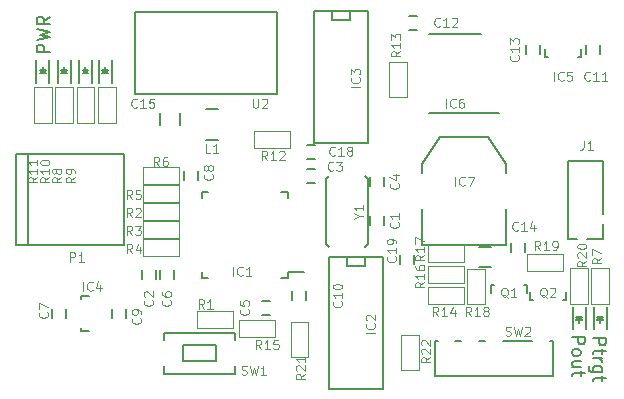
<source format=gto>
G04 #@! TF.FileFunction,Legend,Top*
%FSLAX46Y46*%
G04 Gerber Fmt 4.6, Leading zero omitted, Abs format (unit mm)*
G04 Created by KiCad (PCBNEW 4.0.0-rc2-stable) date 17/02/2016 11:29:29*
%MOMM*%
G01*
G04 APERTURE LIST*
%ADD10C,0.100000*%
%ADD11C,0.200000*%
%ADD12C,0.150000*%
%ADD13C,0.105000*%
G04 APERTURE END LIST*
D10*
D11*
X72670381Y72594761D02*
X73770381Y72594761D01*
X73770381Y72175714D01*
X73718000Y72070952D01*
X73665619Y72018571D01*
X73560857Y71966190D01*
X73403714Y71966190D01*
X73298952Y72018571D01*
X73246571Y72070952D01*
X73194190Y72175714D01*
X73194190Y72594761D01*
X73403714Y71651904D02*
X73403714Y71232856D01*
X73770381Y71494761D02*
X72827524Y71494761D01*
X72722762Y71442380D01*
X72670381Y71337618D01*
X72670381Y71232856D01*
X72670381Y70866190D02*
X73403714Y70866190D01*
X73194190Y70866190D02*
X73298952Y70813809D01*
X73351333Y70761428D01*
X73403714Y70656666D01*
X73403714Y70551905D01*
X73403714Y69713810D02*
X72513238Y69713810D01*
X72408476Y69766191D01*
X72356095Y69818572D01*
X72303714Y69923333D01*
X72303714Y70080476D01*
X72356095Y70185238D01*
X72722762Y69713810D02*
X72670381Y69818572D01*
X72670381Y70028095D01*
X72722762Y70132857D01*
X72775143Y70185238D01*
X72879905Y70237619D01*
X73194190Y70237619D01*
X73298952Y70185238D01*
X73351333Y70132857D01*
X73403714Y70028095D01*
X73403714Y69818572D01*
X73351333Y69713810D01*
X73403714Y69347143D02*
X73403714Y68928095D01*
X73770381Y69190000D02*
X72827524Y69190000D01*
X72722762Y69137619D01*
X72670381Y69032857D01*
X72670381Y68928095D01*
X70892381Y72691618D02*
X71992381Y72691618D01*
X71992381Y72272571D01*
X71940000Y72167809D01*
X71887619Y72115428D01*
X71782857Y72063047D01*
X71625714Y72063047D01*
X71520952Y72115428D01*
X71468571Y72167809D01*
X71416190Y72272571D01*
X71416190Y72691618D01*
X70892381Y71434475D02*
X70944762Y71539237D01*
X70997143Y71591618D01*
X71101905Y71643999D01*
X71416190Y71643999D01*
X71520952Y71591618D01*
X71573333Y71539237D01*
X71625714Y71434475D01*
X71625714Y71277333D01*
X71573333Y71172571D01*
X71520952Y71120190D01*
X71416190Y71067809D01*
X71101905Y71067809D01*
X70997143Y71120190D01*
X70944762Y71172571D01*
X70892381Y71277333D01*
X70892381Y71434475D01*
X71625714Y70124952D02*
X70892381Y70124952D01*
X71625714Y70596380D02*
X71049524Y70596380D01*
X70944762Y70543999D01*
X70892381Y70439237D01*
X70892381Y70282095D01*
X70944762Y70177333D01*
X70997143Y70124952D01*
X71625714Y69758285D02*
X71625714Y69339237D01*
X71992381Y69601142D02*
X71049524Y69601142D01*
X70944762Y69548761D01*
X70892381Y69443999D01*
X70892381Y69339237D01*
X26675619Y96805334D02*
X25575619Y96805334D01*
X25575619Y97224381D01*
X25628000Y97329143D01*
X25680381Y97381524D01*
X25785143Y97433905D01*
X25942286Y97433905D01*
X26047048Y97381524D01*
X26099429Y97329143D01*
X26151810Y97224381D01*
X26151810Y96805334D01*
X25575619Y97800572D02*
X26675619Y98062477D01*
X25889905Y98272000D01*
X26675619Y98481524D01*
X25575619Y98743429D01*
X26675619Y99791048D02*
X26151810Y99424382D01*
X26675619Y99162477D02*
X25575619Y99162477D01*
X25575619Y99581524D01*
X25628000Y99686286D01*
X25680381Y99738667D01*
X25785143Y99791048D01*
X25942286Y99791048D01*
X26047048Y99738667D01*
X26099429Y99686286D01*
X26151810Y99581524D01*
X26151810Y99162477D01*
D12*
X70560000Y80962000D02*
X71360000Y80962000D01*
X70560000Y87612000D02*
X70560000Y80962000D01*
X70560000Y87612000D02*
X73510000Y87612000D01*
X73510000Y87612000D02*
X73510000Y83062000D01*
X72160000Y80962000D02*
X73510000Y80962000D01*
X73510000Y80962000D02*
X73510000Y82262000D01*
X56312000Y78872000D02*
X56312000Y79572000D01*
X57512000Y79572000D02*
X57512000Y78872000D01*
X48434000Y86934000D02*
X49134000Y86934000D01*
X49134000Y85734000D02*
X48434000Y85734000D01*
X33894000Y100216000D02*
X33894000Y93216000D01*
X33894000Y93216000D02*
X45894000Y93216000D01*
X45894000Y93216000D02*
X45894000Y100216000D01*
X45894000Y100216000D02*
X33894000Y100216000D01*
X40902380Y89351520D02*
X39901620Y89351520D01*
X40902380Y91952480D02*
X39901620Y91952480D01*
D10*
X55400000Y95962000D02*
X55400000Y92962000D01*
X55400000Y92962000D02*
X56900000Y92962000D01*
X56900000Y92962000D02*
X56900000Y95962000D01*
X56900000Y95962000D02*
X55400000Y95962000D01*
X42168000Y74892000D02*
X39168000Y74892000D01*
X39168000Y74892000D02*
X39168000Y73392000D01*
X39168000Y73392000D02*
X42168000Y73392000D01*
X42168000Y73392000D02*
X42168000Y74892000D01*
D12*
X70967000Y75242000D02*
X70967000Y73342000D01*
X72067000Y75242000D02*
X72067000Y73342000D01*
X71517000Y74342000D02*
X71517000Y73892000D01*
X71767000Y74392000D02*
X71267000Y74392000D01*
X71517000Y74392000D02*
X71767000Y74142000D01*
X71767000Y74142000D02*
X71267000Y74142000D01*
X71267000Y74142000D02*
X71517000Y74392000D01*
X24800820Y88152640D02*
X24800820Y80451360D01*
X23800060Y88152640D02*
X23800060Y80451360D01*
X23800060Y80451360D02*
X32999940Y80451360D01*
X32999940Y80451360D02*
X32999940Y88152640D01*
X32999940Y88152640D02*
X23800060Y88152640D01*
X53772000Y82174000D02*
X53772000Y82874000D01*
X54972000Y82874000D02*
X54972000Y82174000D01*
X34468000Y77602000D02*
X34468000Y78302000D01*
X35668000Y78302000D02*
X35668000Y77602000D01*
X54972000Y86176000D02*
X54972000Y85476000D01*
X53772000Y85476000D02*
X53772000Y86176000D01*
X45312000Y74558000D02*
X44612000Y74558000D01*
X44612000Y75758000D02*
X45312000Y75758000D01*
X35992000Y77602000D02*
X35992000Y78302000D01*
X37192000Y78302000D02*
X37192000Y77602000D01*
X26848000Y74300000D02*
X26848000Y75000000D01*
X28048000Y75000000D02*
X28048000Y74300000D01*
X38024000Y85984000D02*
X38024000Y86684000D01*
X39224000Y86684000D02*
X39224000Y85984000D01*
X33128000Y75000000D02*
X33128000Y74300000D01*
X31928000Y74300000D02*
X31928000Y75000000D01*
X48368000Y76524000D02*
X48368000Y75824000D01*
X47168000Y75824000D02*
X47168000Y76524000D01*
X72060000Y96652000D02*
X72060000Y97352000D01*
X73260000Y97352000D02*
X73260000Y96652000D01*
X57058000Y99888000D02*
X57758000Y99888000D01*
X57758000Y98688000D02*
X57058000Y98688000D01*
X68180000Y97352000D02*
X68180000Y96652000D01*
X66980000Y96652000D02*
X66980000Y97352000D01*
X66910000Y80588000D02*
X66910000Y79888000D01*
X65710000Y79888000D02*
X65710000Y80588000D01*
X35996000Y91660000D02*
X35996000Y90660000D01*
X37696000Y90660000D02*
X37696000Y91660000D01*
X64016000Y80326000D02*
X63016000Y80326000D01*
X63016000Y78626000D02*
X64016000Y78626000D01*
X49134000Y87766000D02*
X48434000Y87766000D01*
X48434000Y88966000D02*
X49134000Y88966000D01*
X30252000Y94200000D02*
X30252000Y96100000D01*
X29152000Y94200000D02*
X29152000Y96100000D01*
X29702000Y95100000D02*
X29702000Y95550000D01*
X29452000Y95050000D02*
X29952000Y95050000D01*
X29702000Y95050000D02*
X29452000Y95300000D01*
X29452000Y95300000D02*
X29952000Y95300000D01*
X29952000Y95300000D02*
X29702000Y95050000D01*
X31934000Y94200000D02*
X31934000Y96100000D01*
X30834000Y94200000D02*
X30834000Y96100000D01*
X31384000Y95100000D02*
X31384000Y95550000D01*
X31134000Y95050000D02*
X31634000Y95050000D01*
X31384000Y95050000D02*
X31134000Y95300000D01*
X31134000Y95300000D02*
X31634000Y95300000D01*
X31634000Y95300000D02*
X31384000Y95050000D01*
X28442000Y94200000D02*
X28442000Y96100000D01*
X27342000Y94200000D02*
X27342000Y96100000D01*
X27892000Y95100000D02*
X27892000Y95550000D01*
X27642000Y95050000D02*
X28142000Y95050000D01*
X27892000Y95050000D02*
X27642000Y95300000D01*
X27642000Y95300000D02*
X28142000Y95300000D01*
X28142000Y95300000D02*
X27892000Y95050000D01*
X26632000Y94200000D02*
X26632000Y96100000D01*
X25532000Y94200000D02*
X25532000Y96100000D01*
X26082000Y95100000D02*
X26082000Y95550000D01*
X25832000Y95050000D02*
X26332000Y95050000D01*
X26082000Y95050000D02*
X25832000Y95300000D01*
X25832000Y95300000D02*
X26332000Y95300000D01*
X26332000Y95300000D02*
X26082000Y95050000D01*
X72745000Y75242000D02*
X72745000Y73342000D01*
X73845000Y75242000D02*
X73845000Y73342000D01*
X73295000Y74342000D02*
X73295000Y73892000D01*
X73545000Y74392000D02*
X73045000Y74392000D01*
X73295000Y74392000D02*
X73545000Y74142000D01*
X73545000Y74142000D02*
X73045000Y74142000D01*
X73045000Y74142000D02*
X73295000Y74392000D01*
X46821000Y77675000D02*
X46821000Y78200000D01*
X39571000Y77675000D02*
X39571000Y78200000D01*
X39571000Y84925000D02*
X39571000Y84400000D01*
X46821000Y84925000D02*
X46821000Y84400000D01*
X46821000Y77675000D02*
X46296000Y77675000D01*
X46821000Y84925000D02*
X46296000Y84925000D01*
X39571000Y84925000D02*
X40096000Y84925000D01*
X39571000Y77675000D02*
X40096000Y77675000D01*
X46821000Y78200000D02*
X48196000Y78200000D01*
X53356000Y79476000D02*
X53356000Y78714000D01*
X53356000Y78714000D02*
X51832000Y78714000D01*
X51832000Y78714000D02*
X51832000Y79476000D01*
X54880000Y68300000D02*
X50308000Y68300000D01*
X50308000Y68300000D02*
X50308000Y79476000D01*
X50308000Y79476000D02*
X54880000Y79476000D01*
X54880000Y79476000D02*
X54880000Y68300000D01*
X52086000Y100304000D02*
X52086000Y99542000D01*
X52086000Y99542000D02*
X50562000Y99542000D01*
X50562000Y99542000D02*
X50562000Y100304000D01*
X53610000Y89128000D02*
X49038000Y89128000D01*
X49038000Y89128000D02*
X49038000Y100304000D01*
X49038000Y100304000D02*
X53610000Y100304000D01*
X53610000Y100304000D02*
X53610000Y89128000D01*
X29337760Y75949160D02*
X29337760Y75900900D01*
X30038800Y73150180D02*
X29337760Y73150180D01*
X29337760Y73150180D02*
X29337760Y73399100D01*
X29337760Y75949160D02*
X29337760Y76149820D01*
X29337760Y76149820D02*
X30038800Y76149820D01*
X68820840Y96351760D02*
X68869100Y96351760D01*
X71619820Y97052800D02*
X71619820Y96351760D01*
X71619820Y96351760D02*
X71370900Y96351760D01*
X68820840Y96351760D02*
X68620180Y96351760D01*
X68620180Y96351760D02*
X68620180Y97052800D01*
X66847160Y77078240D02*
X66798900Y77078240D01*
X64048180Y76377200D02*
X64048180Y77078240D01*
X64048180Y77078240D02*
X64297100Y77078240D01*
X66847160Y77078240D02*
X67047820Y77078240D01*
X67047820Y77078240D02*
X67047820Y76377200D01*
X67550840Y75777760D02*
X67599100Y75777760D01*
X70349820Y76478800D02*
X70349820Y75777760D01*
X70349820Y75777760D02*
X70100900Y75777760D01*
X67550840Y75777760D02*
X67350180Y75777760D01*
X67350180Y75777760D02*
X67350180Y76478800D01*
X63201000Y98345000D02*
X58751000Y98345000D01*
X64726000Y91595000D02*
X58751000Y91595000D01*
X58182000Y83540000D02*
X58182000Y80492000D01*
X58182000Y80492000D02*
X65294000Y80492000D01*
X65294000Y80492000D02*
X65294000Y83540000D01*
X58182000Y86588000D02*
X58182000Y87350000D01*
X58182000Y87350000D02*
X59706000Y89636000D01*
X59706000Y89636000D02*
X63770000Y89636000D01*
X63770000Y89636000D02*
X65294000Y87350000D01*
X65294000Y87350000D02*
X65294000Y86588000D01*
X69278000Y72340000D02*
X69028000Y72340000D01*
X69278000Y69340000D02*
X69278000Y72340000D01*
X59278000Y69340000D02*
X69278000Y69340000D01*
X59278000Y72340000D02*
X59278000Y69340000D01*
X59528000Y72340000D02*
X59278000Y72340000D01*
X67528000Y72340000D02*
X65028000Y72340000D01*
X61528000Y72340000D02*
X61028000Y72340000D01*
X63528000Y72340000D02*
X63028000Y72340000D01*
X40786000Y70600000D02*
X37986000Y70600000D01*
X37986000Y70600000D02*
X37986000Y72000000D01*
X37986000Y72000000D02*
X40786000Y72000000D01*
X40786000Y72000000D02*
X40786000Y70600000D01*
X36386000Y69550000D02*
X36386000Y70200000D01*
X36386000Y73050000D02*
X36386000Y72400000D01*
X42386000Y72400000D02*
X42386000Y73050000D01*
X42386000Y69550000D02*
X42386000Y70200000D01*
X36386000Y69550000D02*
X42386000Y69550000D01*
X42386000Y73050000D02*
X36386000Y73050000D01*
D10*
X34584000Y82536000D02*
X37584000Y82536000D01*
X37584000Y82536000D02*
X37584000Y84036000D01*
X37584000Y84036000D02*
X34584000Y84036000D01*
X34584000Y84036000D02*
X34584000Y82536000D01*
X34584000Y81012000D02*
X37584000Y81012000D01*
X37584000Y81012000D02*
X37584000Y82512000D01*
X37584000Y82512000D02*
X34584000Y82512000D01*
X34584000Y82512000D02*
X34584000Y81012000D01*
X37584000Y80988000D02*
X34584000Y80988000D01*
X34584000Y80988000D02*
X34584000Y79488000D01*
X34584000Y79488000D02*
X37584000Y79488000D01*
X37584000Y79488000D02*
X37584000Y80988000D01*
X37584000Y85560000D02*
X34584000Y85560000D01*
X34584000Y85560000D02*
X34584000Y84060000D01*
X34584000Y84060000D02*
X37584000Y84060000D01*
X37584000Y84060000D02*
X37584000Y85560000D01*
X34584000Y85584000D02*
X37584000Y85584000D01*
X37584000Y85584000D02*
X37584000Y87084000D01*
X37584000Y87084000D02*
X34584000Y87084000D01*
X34584000Y87084000D02*
X34584000Y85584000D01*
X72545000Y78504000D02*
X72545000Y75504000D01*
X72545000Y75504000D02*
X74045000Y75504000D01*
X74045000Y75504000D02*
X74045000Y78504000D01*
X74045000Y78504000D02*
X72545000Y78504000D01*
X30452000Y90800000D02*
X30452000Y93800000D01*
X30452000Y93800000D02*
X28952000Y93800000D01*
X28952000Y93800000D02*
X28952000Y90800000D01*
X28952000Y90800000D02*
X30452000Y90800000D01*
X32262000Y90800000D02*
X32262000Y93800000D01*
X32262000Y93800000D02*
X30762000Y93800000D01*
X30762000Y93800000D02*
X30762000Y90800000D01*
X30762000Y90800000D02*
X32262000Y90800000D01*
X28642000Y90800000D02*
X28642000Y93800000D01*
X28642000Y93800000D02*
X27142000Y93800000D01*
X27142000Y93800000D02*
X27142000Y90800000D01*
X27142000Y90800000D02*
X28642000Y90800000D01*
X26832000Y90800000D02*
X26832000Y93800000D01*
X26832000Y93800000D02*
X25332000Y93800000D01*
X25332000Y93800000D02*
X25332000Y90800000D01*
X25332000Y90800000D02*
X26832000Y90800000D01*
X46982000Y90132000D02*
X43982000Y90132000D01*
X43982000Y90132000D02*
X43982000Y88632000D01*
X43982000Y88632000D02*
X46982000Y88632000D01*
X46982000Y88632000D02*
X46982000Y90132000D01*
X58714000Y75424000D02*
X61714000Y75424000D01*
X61714000Y75424000D02*
X61714000Y76924000D01*
X61714000Y76924000D02*
X58714000Y76924000D01*
X58714000Y76924000D02*
X58714000Y75424000D01*
X45712000Y74130000D02*
X42712000Y74130000D01*
X42712000Y74130000D02*
X42712000Y72630000D01*
X42712000Y72630000D02*
X45712000Y72630000D01*
X45712000Y72630000D02*
X45712000Y74130000D01*
X58714000Y77202000D02*
X61714000Y77202000D01*
X61714000Y77202000D02*
X61714000Y78702000D01*
X61714000Y78702000D02*
X58714000Y78702000D01*
X58714000Y78702000D02*
X58714000Y77202000D01*
X58726000Y78980000D02*
X61726000Y78980000D01*
X61726000Y78980000D02*
X61726000Y80480000D01*
X61726000Y80480000D02*
X58726000Y80480000D01*
X58726000Y80480000D02*
X58726000Y78980000D01*
X63504000Y75436000D02*
X63504000Y78436000D01*
X63504000Y78436000D02*
X62004000Y78436000D01*
X62004000Y78436000D02*
X62004000Y75436000D01*
X62004000Y75436000D02*
X63504000Y75436000D01*
X67096000Y78218000D02*
X70096000Y78218000D01*
X70096000Y78218000D02*
X70096000Y79718000D01*
X70096000Y79718000D02*
X67096000Y79718000D01*
X67096000Y79718000D02*
X67096000Y78218000D01*
X70767000Y78504000D02*
X70767000Y75504000D01*
X70767000Y75504000D02*
X72267000Y75504000D01*
X72267000Y75504000D02*
X72267000Y78504000D01*
X72267000Y78504000D02*
X70767000Y78504000D01*
X48572000Y70970000D02*
X48572000Y73970000D01*
X48572000Y73970000D02*
X47072000Y73970000D01*
X47072000Y73970000D02*
X47072000Y70970000D01*
X47072000Y70970000D02*
X48572000Y70970000D01*
X57916000Y69848000D02*
X57916000Y72848000D01*
X57916000Y72848000D02*
X56416000Y72848000D01*
X56416000Y72848000D02*
X56416000Y69848000D01*
X56416000Y69848000D02*
X57916000Y69848000D01*
D12*
X53582000Y86036000D02*
X53332000Y86286000D01*
X53582000Y80536000D02*
X53582000Y86036000D01*
X53332000Y80286000D02*
X53582000Y80536000D01*
X50082000Y80536000D02*
X50332000Y80286000D01*
X50082000Y83286000D02*
X50082000Y80536000D01*
X50082000Y86036000D02*
X50332000Y86286000D01*
X50082000Y83286000D02*
X50082000Y86036000D01*
D13*
X71894614Y89296850D02*
X71894614Y88745307D01*
X71857844Y88634998D01*
X71784305Y88561459D01*
X71673997Y88524690D01*
X71600458Y88524690D01*
X72666773Y88524690D02*
X72225539Y88524690D01*
X72446156Y88524690D02*
X72446156Y89296850D01*
X72372617Y89186541D01*
X72299078Y89113002D01*
X72225539Y89076232D01*
X55929771Y79487612D02*
X55966541Y79450842D01*
X56003310Y79340534D01*
X56003310Y79266995D01*
X55966541Y79156686D01*
X55893002Y79083147D01*
X55819463Y79046378D01*
X55672385Y79009608D01*
X55562076Y79009608D01*
X55414998Y79046378D01*
X55341459Y79083147D01*
X55267920Y79156686D01*
X55231150Y79266995D01*
X55231150Y79340534D01*
X55267920Y79450842D01*
X55304690Y79487612D01*
X56003310Y80223002D02*
X56003310Y79781768D01*
X56003310Y80002385D02*
X55231150Y80002385D01*
X55341459Y79928846D01*
X55414998Y79855307D01*
X55451768Y79781768D01*
X56003310Y80590697D02*
X56003310Y80737775D01*
X55966541Y80811314D01*
X55929771Y80848084D01*
X55819463Y80921623D01*
X55672385Y80958392D01*
X55378229Y80958392D01*
X55304690Y80921623D01*
X55267920Y80884853D01*
X55231150Y80811314D01*
X55231150Y80664236D01*
X55267920Y80590697D01*
X55304690Y80553928D01*
X55378229Y80517158D01*
X55562076Y80517158D01*
X55635615Y80553928D01*
X55672385Y80590697D01*
X55709154Y80664236D01*
X55709154Y80811314D01*
X55672385Y80884853D01*
X55635615Y80921623D01*
X55562076Y80958392D01*
X50687307Y86820229D02*
X50650537Y86783459D01*
X50540229Y86746690D01*
X50466690Y86746690D01*
X50356381Y86783459D01*
X50282842Y86856998D01*
X50246073Y86930537D01*
X50209303Y87077615D01*
X50209303Y87187924D01*
X50246073Y87335002D01*
X50282842Y87408541D01*
X50356381Y87482080D01*
X50466690Y87518850D01*
X50540229Y87518850D01*
X50650537Y87482080D01*
X50687307Y87445310D01*
X50944694Y87518850D02*
X51422697Y87518850D01*
X51165311Y87224693D01*
X51275619Y87224693D01*
X51349158Y87187924D01*
X51385928Y87151154D01*
X51422697Y87077615D01*
X51422697Y86893768D01*
X51385928Y86820229D01*
X51349158Y86783459D01*
X51275619Y86746690D01*
X51055002Y86746690D01*
X50981463Y86783459D01*
X50944694Y86820229D01*
X43877688Y92852850D02*
X43877688Y92227768D01*
X43914457Y92154229D01*
X43951227Y92117459D01*
X44024766Y92080690D01*
X44171844Y92080690D01*
X44245383Y92117459D01*
X44282152Y92154229D01*
X44318922Y92227768D01*
X44318922Y92852850D01*
X44649848Y92779310D02*
X44686618Y92816080D01*
X44760157Y92852850D01*
X44944004Y92852850D01*
X45017543Y92816080D01*
X45054313Y92779310D01*
X45091082Y92705771D01*
X45091082Y92632232D01*
X45054313Y92521924D01*
X44613079Y92080690D01*
X45091082Y92080690D01*
X40273307Y88270690D02*
X39905612Y88270690D01*
X39905612Y89042850D01*
X40935158Y88270690D02*
X40493924Y88270690D01*
X40714541Y88270690D02*
X40714541Y89042850D01*
X40641002Y88932541D01*
X40567463Y88859002D01*
X40493924Y88822232D01*
X56367230Y96865082D02*
X55999535Y96607695D01*
X56367230Y96423848D02*
X55595070Y96423848D01*
X55595070Y96718004D01*
X55631840Y96791543D01*
X55668610Y96828312D01*
X55742149Y96865082D01*
X55852457Y96865082D01*
X55925996Y96828312D01*
X55962766Y96791543D01*
X55999535Y96718004D01*
X55999535Y96423848D01*
X56367230Y97600472D02*
X56367230Y97159238D01*
X56367230Y97379855D02*
X55595070Y97379855D01*
X55705379Y97306316D01*
X55778918Y97232777D01*
X55815688Y97159238D01*
X55595070Y97857859D02*
X55595070Y98335862D01*
X55889227Y98078476D01*
X55889227Y98188784D01*
X55925996Y98262323D01*
X55962766Y98299093D01*
X56036305Y98335862D01*
X56220152Y98335862D01*
X56293691Y98299093D01*
X56330461Y98262323D01*
X56367230Y98188784D01*
X56367230Y97968167D01*
X56330461Y97894628D01*
X56293691Y97857859D01*
X39734176Y75077848D02*
X39476789Y75445543D01*
X39292942Y75077848D02*
X39292942Y75850008D01*
X39587098Y75850008D01*
X39660637Y75813238D01*
X39697406Y75776468D01*
X39734176Y75702929D01*
X39734176Y75592621D01*
X39697406Y75519082D01*
X39660637Y75482312D01*
X39587098Y75445543D01*
X39292942Y75445543D01*
X40469566Y75077848D02*
X40028332Y75077848D01*
X40248949Y75077848D02*
X40248949Y75850008D01*
X40175410Y75739699D01*
X40101871Y75666160D01*
X40028332Y75629390D01*
X28402073Y79058690D02*
X28402073Y79830850D01*
X28696229Y79830850D01*
X28769768Y79794080D01*
X28806537Y79757310D01*
X28843307Y79683771D01*
X28843307Y79573463D01*
X28806537Y79499924D01*
X28769768Y79463154D01*
X28696229Y79426385D01*
X28402073Y79426385D01*
X29578697Y79058690D02*
X29137463Y79058690D01*
X29358080Y79058690D02*
X29358080Y79830850D01*
X29284541Y79720541D01*
X29211002Y79647002D01*
X29137463Y79610232D01*
X56171771Y82395307D02*
X56208541Y82358537D01*
X56245310Y82248229D01*
X56245310Y82174690D01*
X56208541Y82064381D01*
X56135002Y81990842D01*
X56061463Y81954073D01*
X55914385Y81917303D01*
X55804076Y81917303D01*
X55656998Y81954073D01*
X55583459Y81990842D01*
X55509920Y82064381D01*
X55473150Y82174690D01*
X55473150Y82248229D01*
X55509920Y82358537D01*
X55546690Y82395307D01*
X56245310Y83130697D02*
X56245310Y82689463D01*
X56245310Y82910080D02*
X55473150Y82910080D01*
X55583459Y82836541D01*
X55656998Y82763002D01*
X55693768Y82689463D01*
X35343771Y75791307D02*
X35380541Y75754537D01*
X35417310Y75644229D01*
X35417310Y75570690D01*
X35380541Y75460381D01*
X35307002Y75386842D01*
X35233463Y75350073D01*
X35086385Y75313303D01*
X34976076Y75313303D01*
X34828998Y75350073D01*
X34755459Y75386842D01*
X34681920Y75460381D01*
X34645150Y75570690D01*
X34645150Y75644229D01*
X34681920Y75754537D01*
X34718690Y75791307D01*
X34718690Y76085463D02*
X34681920Y76122233D01*
X34645150Y76195772D01*
X34645150Y76379619D01*
X34681920Y76453158D01*
X34718690Y76489928D01*
X34792229Y76526697D01*
X34865768Y76526697D01*
X34976076Y76489928D01*
X35417310Y76048694D01*
X35417310Y76526697D01*
X56171771Y85697307D02*
X56208541Y85660537D01*
X56245310Y85550229D01*
X56245310Y85476690D01*
X56208541Y85366381D01*
X56135002Y85292842D01*
X56061463Y85256073D01*
X55914385Y85219303D01*
X55804076Y85219303D01*
X55656998Y85256073D01*
X55583459Y85292842D01*
X55509920Y85366381D01*
X55473150Y85476690D01*
X55473150Y85550229D01*
X55509920Y85660537D01*
X55546690Y85697307D01*
X55730537Y86359158D02*
X56245310Y86359158D01*
X55436381Y86175311D02*
X55987924Y85991463D01*
X55987924Y86469467D01*
X43471771Y75029307D02*
X43508541Y74992537D01*
X43545310Y74882229D01*
X43545310Y74808690D01*
X43508541Y74698381D01*
X43435002Y74624842D01*
X43361463Y74588073D01*
X43214385Y74551303D01*
X43104076Y74551303D01*
X42956998Y74588073D01*
X42883459Y74624842D01*
X42809920Y74698381D01*
X42773150Y74808690D01*
X42773150Y74882229D01*
X42809920Y74992537D01*
X42846690Y75029307D01*
X42773150Y75727928D02*
X42773150Y75360233D01*
X43140846Y75323463D01*
X43104076Y75360233D01*
X43067307Y75433772D01*
X43067307Y75617619D01*
X43104076Y75691158D01*
X43140846Y75727928D01*
X43214385Y75764697D01*
X43398232Y75764697D01*
X43471771Y75727928D01*
X43508541Y75691158D01*
X43545310Y75617619D01*
X43545310Y75433772D01*
X43508541Y75360233D01*
X43471771Y75323463D01*
X36867771Y75791307D02*
X36904541Y75754537D01*
X36941310Y75644229D01*
X36941310Y75570690D01*
X36904541Y75460381D01*
X36831002Y75386842D01*
X36757463Y75350073D01*
X36610385Y75313303D01*
X36500076Y75313303D01*
X36352998Y75350073D01*
X36279459Y75386842D01*
X36205920Y75460381D01*
X36169150Y75570690D01*
X36169150Y75644229D01*
X36205920Y75754537D01*
X36242690Y75791307D01*
X36169150Y76453158D02*
X36169150Y76306080D01*
X36205920Y76232541D01*
X36242690Y76195772D01*
X36352998Y76122233D01*
X36500076Y76085463D01*
X36794232Y76085463D01*
X36867771Y76122233D01*
X36904541Y76159002D01*
X36941310Y76232541D01*
X36941310Y76379619D01*
X36904541Y76453158D01*
X36867771Y76489928D01*
X36794232Y76526697D01*
X36610385Y76526697D01*
X36536846Y76489928D01*
X36500076Y76453158D01*
X36463307Y76379619D01*
X36463307Y76232541D01*
X36500076Y76159002D01*
X36536846Y76122233D01*
X36610385Y76085463D01*
X26453771Y74775307D02*
X26490541Y74738537D01*
X26527310Y74628229D01*
X26527310Y74554690D01*
X26490541Y74444381D01*
X26417002Y74370842D01*
X26343463Y74334073D01*
X26196385Y74297303D01*
X26086076Y74297303D01*
X25938998Y74334073D01*
X25865459Y74370842D01*
X25791920Y74444381D01*
X25755150Y74554690D01*
X25755150Y74628229D01*
X25791920Y74738537D01*
X25828690Y74775307D01*
X25755150Y75032694D02*
X25755150Y75547467D01*
X26527310Y75216541D01*
X40423771Y86459307D02*
X40460541Y86422537D01*
X40497310Y86312229D01*
X40497310Y86238690D01*
X40460541Y86128381D01*
X40387002Y86054842D01*
X40313463Y86018073D01*
X40166385Y85981303D01*
X40056076Y85981303D01*
X39908998Y86018073D01*
X39835459Y86054842D01*
X39761920Y86128381D01*
X39725150Y86238690D01*
X39725150Y86312229D01*
X39761920Y86422537D01*
X39798690Y86459307D01*
X40056076Y86900541D02*
X40019307Y86827002D01*
X39982537Y86790233D01*
X39908998Y86753463D01*
X39872229Y86753463D01*
X39798690Y86790233D01*
X39761920Y86827002D01*
X39725150Y86900541D01*
X39725150Y87047619D01*
X39761920Y87121158D01*
X39798690Y87157928D01*
X39872229Y87194697D01*
X39908998Y87194697D01*
X39982537Y87157928D01*
X40019307Y87121158D01*
X40056076Y87047619D01*
X40056076Y86900541D01*
X40092846Y86827002D01*
X40129615Y86790233D01*
X40203154Y86753463D01*
X40350232Y86753463D01*
X40423771Y86790233D01*
X40460541Y86827002D01*
X40497310Y86900541D01*
X40497310Y87047619D01*
X40460541Y87121158D01*
X40423771Y87157928D01*
X40350232Y87194697D01*
X40203154Y87194697D01*
X40129615Y87157928D01*
X40092846Y87121158D01*
X40056076Y87047619D01*
X34327771Y74267307D02*
X34364541Y74230537D01*
X34401310Y74120229D01*
X34401310Y74046690D01*
X34364541Y73936381D01*
X34291002Y73862842D01*
X34217463Y73826073D01*
X34070385Y73789303D01*
X33960076Y73789303D01*
X33812998Y73826073D01*
X33739459Y73862842D01*
X33665920Y73936381D01*
X33629150Y74046690D01*
X33629150Y74120229D01*
X33665920Y74230537D01*
X33702690Y74267307D01*
X34401310Y74635002D02*
X34401310Y74782080D01*
X34364541Y74855619D01*
X34327771Y74892389D01*
X34217463Y74965928D01*
X34070385Y75002697D01*
X33776229Y75002697D01*
X33702690Y74965928D01*
X33665920Y74929158D01*
X33629150Y74855619D01*
X33629150Y74708541D01*
X33665920Y74635002D01*
X33702690Y74598233D01*
X33776229Y74561463D01*
X33960076Y74561463D01*
X34033615Y74598233D01*
X34070385Y74635002D01*
X34107154Y74708541D01*
X34107154Y74855619D01*
X34070385Y74929158D01*
X34033615Y74965928D01*
X33960076Y75002697D01*
X51345771Y75677612D02*
X51382541Y75640842D01*
X51419310Y75530534D01*
X51419310Y75456995D01*
X51382541Y75346686D01*
X51309002Y75273147D01*
X51235463Y75236378D01*
X51088385Y75199608D01*
X50978076Y75199608D01*
X50830998Y75236378D01*
X50757459Y75273147D01*
X50683920Y75346686D01*
X50647150Y75456995D01*
X50647150Y75530534D01*
X50683920Y75640842D01*
X50720690Y75677612D01*
X51419310Y76413002D02*
X51419310Y75971768D01*
X51419310Y76192385D02*
X50647150Y76192385D01*
X50757459Y76118846D01*
X50830998Y76045307D01*
X50867768Y75971768D01*
X50647150Y76891006D02*
X50647150Y76964545D01*
X50683920Y77038084D01*
X50720690Y77074853D01*
X50794229Y77111623D01*
X50941307Y77148392D01*
X51125154Y77148392D01*
X51272232Y77111623D01*
X51345771Y77074853D01*
X51382541Y77038084D01*
X51419310Y76964545D01*
X51419310Y76891006D01*
X51382541Y76817467D01*
X51345771Y76780697D01*
X51272232Y76743928D01*
X51125154Y76707158D01*
X50941307Y76707158D01*
X50794229Y76743928D01*
X50720690Y76780697D01*
X50683920Y76817467D01*
X50647150Y76891006D01*
X72417612Y94440229D02*
X72380842Y94403459D01*
X72270534Y94366690D01*
X72196995Y94366690D01*
X72086686Y94403459D01*
X72013147Y94476998D01*
X71976378Y94550537D01*
X71939608Y94697615D01*
X71939608Y94807924D01*
X71976378Y94955002D01*
X72013147Y95028541D01*
X72086686Y95102080D01*
X72196995Y95138850D01*
X72270534Y95138850D01*
X72380842Y95102080D01*
X72417612Y95065310D01*
X73153002Y94366690D02*
X72711768Y94366690D01*
X72932385Y94366690D02*
X72932385Y95138850D01*
X72858846Y95028541D01*
X72785307Y94955002D01*
X72711768Y94918232D01*
X73888392Y94366690D02*
X73447158Y94366690D01*
X73667775Y94366690D02*
X73667775Y95138850D01*
X73594236Y95028541D01*
X73520697Y94955002D01*
X73447158Y94918232D01*
X59717612Y99012229D02*
X59680842Y98975459D01*
X59570534Y98938690D01*
X59496995Y98938690D01*
X59386686Y98975459D01*
X59313147Y99048998D01*
X59276378Y99122537D01*
X59239608Y99269615D01*
X59239608Y99379924D01*
X59276378Y99527002D01*
X59313147Y99600541D01*
X59386686Y99674080D01*
X59496995Y99710850D01*
X59570534Y99710850D01*
X59680842Y99674080D01*
X59717612Y99637310D01*
X60453002Y98938690D02*
X60011768Y98938690D01*
X60232385Y98938690D02*
X60232385Y99710850D01*
X60158846Y99600541D01*
X60085307Y99527002D01*
X60011768Y99490232D01*
X60747158Y99637310D02*
X60783928Y99674080D01*
X60857467Y99710850D01*
X61041314Y99710850D01*
X61114853Y99674080D01*
X61151623Y99637310D01*
X61188392Y99563771D01*
X61188392Y99490232D01*
X61151623Y99379924D01*
X60710389Y98938690D01*
X61188392Y98938690D01*
X66331771Y96505612D02*
X66368541Y96468842D01*
X66405310Y96358534D01*
X66405310Y96284995D01*
X66368541Y96174686D01*
X66295002Y96101147D01*
X66221463Y96064378D01*
X66074385Y96027608D01*
X65964076Y96027608D01*
X65816998Y96064378D01*
X65743459Y96101147D01*
X65669920Y96174686D01*
X65633150Y96284995D01*
X65633150Y96358534D01*
X65669920Y96468842D01*
X65706690Y96505612D01*
X66405310Y97241002D02*
X66405310Y96799768D01*
X66405310Y97020385D02*
X65633150Y97020385D01*
X65743459Y96946846D01*
X65816998Y96873307D01*
X65853768Y96799768D01*
X65633150Y97498389D02*
X65633150Y97976392D01*
X65927307Y97719006D01*
X65927307Y97829314D01*
X65964076Y97902853D01*
X66000846Y97939623D01*
X66074385Y97976392D01*
X66258232Y97976392D01*
X66331771Y97939623D01*
X66368541Y97902853D01*
X66405310Y97829314D01*
X66405310Y97608697D01*
X66368541Y97535158D01*
X66331771Y97498389D01*
X66321612Y81740229D02*
X66284842Y81703459D01*
X66174534Y81666690D01*
X66100995Y81666690D01*
X65990686Y81703459D01*
X65917147Y81776998D01*
X65880378Y81850537D01*
X65843608Y81997615D01*
X65843608Y82107924D01*
X65880378Y82255002D01*
X65917147Y82328541D01*
X65990686Y82402080D01*
X66100995Y82438850D01*
X66174534Y82438850D01*
X66284842Y82402080D01*
X66321612Y82365310D01*
X67057002Y81666690D02*
X66615768Y81666690D01*
X66836385Y81666690D02*
X66836385Y82438850D01*
X66762846Y82328541D01*
X66689307Y82255002D01*
X66615768Y82218232D01*
X67718853Y82181463D02*
X67718853Y81666690D01*
X67535006Y82475619D02*
X67351158Y81924076D01*
X67829162Y81924076D01*
X34063612Y92154229D02*
X34026842Y92117459D01*
X33916534Y92080690D01*
X33842995Y92080690D01*
X33732686Y92117459D01*
X33659147Y92190998D01*
X33622378Y92264537D01*
X33585608Y92411615D01*
X33585608Y92521924D01*
X33622378Y92669002D01*
X33659147Y92742541D01*
X33732686Y92816080D01*
X33842995Y92852850D01*
X33916534Y92852850D01*
X34026842Y92816080D01*
X34063612Y92779310D01*
X34799002Y92080690D02*
X34357768Y92080690D01*
X34578385Y92080690D02*
X34578385Y92852850D01*
X34504846Y92742541D01*
X34431307Y92669002D01*
X34357768Y92632232D01*
X35497623Y92852850D02*
X35129928Y92852850D01*
X35093158Y92485154D01*
X35129928Y92521924D01*
X35203467Y92558693D01*
X35387314Y92558693D01*
X35460853Y92521924D01*
X35497623Y92485154D01*
X35534392Y92411615D01*
X35534392Y92227768D01*
X35497623Y92154229D01*
X35460853Y92117459D01*
X35387314Y92080690D01*
X35203467Y92080690D01*
X35129928Y92117459D01*
X35093158Y92154229D01*
X50827612Y88090229D02*
X50790842Y88053459D01*
X50680534Y88016690D01*
X50606995Y88016690D01*
X50496686Y88053459D01*
X50423147Y88126998D01*
X50386378Y88200537D01*
X50349608Y88347615D01*
X50349608Y88457924D01*
X50386378Y88605002D01*
X50423147Y88678541D01*
X50496686Y88752080D01*
X50606995Y88788850D01*
X50680534Y88788850D01*
X50790842Y88752080D01*
X50827612Y88715310D01*
X51563002Y88016690D02*
X51121768Y88016690D01*
X51342385Y88016690D02*
X51342385Y88788850D01*
X51268846Y88678541D01*
X51195307Y88605002D01*
X51121768Y88568232D01*
X52004236Y88457924D02*
X51930697Y88494693D01*
X51893928Y88531463D01*
X51857158Y88605002D01*
X51857158Y88641771D01*
X51893928Y88715310D01*
X51930697Y88752080D01*
X52004236Y88788850D01*
X52151314Y88788850D01*
X52224853Y88752080D01*
X52261623Y88715310D01*
X52298392Y88641771D01*
X52298392Y88605002D01*
X52261623Y88531463D01*
X52224853Y88494693D01*
X52151314Y88457924D01*
X52004236Y88457924D01*
X51930697Y88421154D01*
X51893928Y88384385D01*
X51857158Y88310846D01*
X51857158Y88163768D01*
X51893928Y88090229D01*
X51930697Y88053459D01*
X52004236Y88016690D01*
X52151314Y88016690D01*
X52224853Y88053459D01*
X52261623Y88090229D01*
X52298392Y88163768D01*
X52298392Y88310846D01*
X52261623Y88384385D01*
X52224853Y88421154D01*
X52151314Y88457924D01*
X42188226Y77856690D02*
X42188226Y78628850D01*
X42997155Y77930229D02*
X42960385Y77893459D01*
X42850077Y77856690D01*
X42776538Y77856690D01*
X42666229Y77893459D01*
X42592690Y77966998D01*
X42555921Y78040537D01*
X42519151Y78187615D01*
X42519151Y78297924D01*
X42555921Y78445002D01*
X42592690Y78518541D01*
X42666229Y78592080D01*
X42776538Y78628850D01*
X42850077Y78628850D01*
X42960385Y78592080D01*
X42997155Y78555310D01*
X43732545Y77856690D02*
X43291311Y77856690D01*
X43511928Y77856690D02*
X43511928Y78628850D01*
X43438389Y78518541D01*
X43364850Y78445002D01*
X43291311Y78408232D01*
X54213310Y73007226D02*
X53441150Y73007226D01*
X54139771Y73816155D02*
X54176541Y73779385D01*
X54213310Y73669077D01*
X54213310Y73595538D01*
X54176541Y73485229D01*
X54103002Y73411690D01*
X54029463Y73374921D01*
X53882385Y73338151D01*
X53772076Y73338151D01*
X53624998Y73374921D01*
X53551459Y73411690D01*
X53477920Y73485229D01*
X53441150Y73595538D01*
X53441150Y73669077D01*
X53477920Y73779385D01*
X53514690Y73816155D01*
X53514690Y74110311D02*
X53477920Y74147081D01*
X53441150Y74220620D01*
X53441150Y74404467D01*
X53477920Y74478006D01*
X53514690Y74514776D01*
X53588229Y74551545D01*
X53661768Y74551545D01*
X53772076Y74514776D01*
X54213310Y74073542D01*
X54213310Y74551545D01*
X52943310Y93835226D02*
X52171150Y93835226D01*
X52869771Y94644155D02*
X52906541Y94607385D01*
X52943310Y94497077D01*
X52943310Y94423538D01*
X52906541Y94313229D01*
X52833002Y94239690D01*
X52759463Y94202921D01*
X52612385Y94166151D01*
X52502076Y94166151D01*
X52354998Y94202921D01*
X52281459Y94239690D01*
X52207920Y94313229D01*
X52171150Y94423538D01*
X52171150Y94497077D01*
X52207920Y94607385D01*
X52244690Y94644155D01*
X52171150Y94901542D02*
X52171150Y95379545D01*
X52465307Y95122159D01*
X52465307Y95232467D01*
X52502076Y95306006D01*
X52538846Y95342776D01*
X52612385Y95379545D01*
X52796232Y95379545D01*
X52869771Y95342776D01*
X52906541Y95306006D01*
X52943310Y95232467D01*
X52943310Y95011850D01*
X52906541Y94938311D01*
X52869771Y94901542D01*
X29488226Y76586690D02*
X29488226Y77358850D01*
X30297155Y76660229D02*
X30260385Y76623459D01*
X30150077Y76586690D01*
X30076538Y76586690D01*
X29966229Y76623459D01*
X29892690Y76696998D01*
X29855921Y76770537D01*
X29819151Y76917615D01*
X29819151Y77027924D01*
X29855921Y77175002D01*
X29892690Y77248541D01*
X29966229Y77322080D01*
X30076538Y77358850D01*
X30150077Y77358850D01*
X30260385Y77322080D01*
X30297155Y77285310D01*
X30959006Y77101463D02*
X30959006Y76586690D01*
X30775159Y77395619D02*
X30591311Y76844076D01*
X31069315Y76844076D01*
X69366226Y94366690D02*
X69366226Y95138850D01*
X70175155Y94440229D02*
X70138385Y94403459D01*
X70028077Y94366690D01*
X69954538Y94366690D01*
X69844229Y94403459D01*
X69770690Y94476998D01*
X69733921Y94550537D01*
X69697151Y94697615D01*
X69697151Y94807924D01*
X69733921Y94955002D01*
X69770690Y95028541D01*
X69844229Y95102080D01*
X69954538Y95138850D01*
X70028077Y95138850D01*
X70138385Y95102080D01*
X70175155Y95065310D01*
X70873776Y95138850D02*
X70506081Y95138850D01*
X70469311Y94771154D01*
X70506081Y94807924D01*
X70579620Y94844693D01*
X70763467Y94844693D01*
X70837006Y94807924D01*
X70873776Y94771154D01*
X70910545Y94697615D01*
X70910545Y94513768D01*
X70873776Y94440229D01*
X70837006Y94403459D01*
X70763467Y94366690D01*
X70579620Y94366690D01*
X70506081Y94403459D01*
X70469311Y94440229D01*
X65474461Y76005150D02*
X65400922Y76041920D01*
X65327383Y76115459D01*
X65217074Y76225768D01*
X65143535Y76262537D01*
X65069996Y76262537D01*
X65106766Y76078690D02*
X65033227Y76115459D01*
X64959688Y76188998D01*
X64922918Y76336076D01*
X64922918Y76593463D01*
X64959688Y76740541D01*
X65033227Y76814080D01*
X65106766Y76850850D01*
X65253844Y76850850D01*
X65327383Y76814080D01*
X65400922Y76740541D01*
X65437691Y76593463D01*
X65437691Y76336076D01*
X65400922Y76188998D01*
X65327383Y76115459D01*
X65253844Y76078690D01*
X65106766Y76078690D01*
X66173082Y76078690D02*
X65731848Y76078690D01*
X65952465Y76078690D02*
X65952465Y76850850D01*
X65878926Y76740541D01*
X65805387Y76667002D01*
X65731848Y76630232D01*
X68776461Y76005150D02*
X68702922Y76041920D01*
X68629383Y76115459D01*
X68519074Y76225768D01*
X68445535Y76262537D01*
X68371996Y76262537D01*
X68408766Y76078690D02*
X68335227Y76115459D01*
X68261688Y76188998D01*
X68224918Y76336076D01*
X68224918Y76593463D01*
X68261688Y76740541D01*
X68335227Y76814080D01*
X68408766Y76850850D01*
X68555844Y76850850D01*
X68629383Y76814080D01*
X68702922Y76740541D01*
X68739691Y76593463D01*
X68739691Y76336076D01*
X68702922Y76188998D01*
X68629383Y76115459D01*
X68555844Y76078690D01*
X68408766Y76078690D01*
X69033848Y76777310D02*
X69070618Y76814080D01*
X69144157Y76850850D01*
X69328004Y76850850D01*
X69401543Y76814080D01*
X69438313Y76777310D01*
X69475082Y76703771D01*
X69475082Y76630232D01*
X69438313Y76519924D01*
X68997079Y76078690D01*
X69475082Y76078690D01*
X60222226Y92080690D02*
X60222226Y92852850D01*
X61031155Y92154229D02*
X60994385Y92117459D01*
X60884077Y92080690D01*
X60810538Y92080690D01*
X60700229Y92117459D01*
X60626690Y92190998D01*
X60589921Y92264537D01*
X60553151Y92411615D01*
X60553151Y92521924D01*
X60589921Y92669002D01*
X60626690Y92742541D01*
X60700229Y92816080D01*
X60810538Y92852850D01*
X60884077Y92852850D01*
X60994385Y92816080D01*
X61031155Y92779310D01*
X61693006Y92852850D02*
X61545928Y92852850D01*
X61472389Y92816080D01*
X61435620Y92779310D01*
X61362081Y92669002D01*
X61325311Y92521924D01*
X61325311Y92227768D01*
X61362081Y92154229D01*
X61398850Y92117459D01*
X61472389Y92080690D01*
X61619467Y92080690D01*
X61693006Y92117459D01*
X61729776Y92154229D01*
X61766545Y92227768D01*
X61766545Y92411615D01*
X61729776Y92485154D01*
X61693006Y92521924D01*
X61619467Y92558693D01*
X61472389Y92558693D01*
X61398850Y92521924D01*
X61362081Y92485154D01*
X61325311Y92411615D01*
X60984226Y85476690D02*
X60984226Y86248850D01*
X61793155Y85550229D02*
X61756385Y85513459D01*
X61646077Y85476690D01*
X61572538Y85476690D01*
X61462229Y85513459D01*
X61388690Y85586998D01*
X61351921Y85660537D01*
X61315151Y85807615D01*
X61315151Y85917924D01*
X61351921Y86065002D01*
X61388690Y86138541D01*
X61462229Y86212080D01*
X61572538Y86248850D01*
X61646077Y86248850D01*
X61756385Y86212080D01*
X61793155Y86175310D01*
X62050542Y86248850D02*
X62565315Y86248850D01*
X62234389Y85476690D01*
X65280454Y72813459D02*
X65390763Y72776690D01*
X65574610Y72776690D01*
X65648149Y72813459D01*
X65684919Y72850229D01*
X65721688Y72923768D01*
X65721688Y72997307D01*
X65684919Y73070846D01*
X65648149Y73107615D01*
X65574610Y73144385D01*
X65427532Y73181154D01*
X65353993Y73217924D01*
X65317224Y73254693D01*
X65280454Y73328232D01*
X65280454Y73401771D01*
X65317224Y73475310D01*
X65353993Y73512080D01*
X65427532Y73548850D01*
X65611380Y73548850D01*
X65721688Y73512080D01*
X65979075Y73548850D02*
X66162922Y72776690D01*
X66310000Y73328232D01*
X66457078Y72776690D01*
X66640926Y73548850D01*
X66898313Y73475310D02*
X66935083Y73512080D01*
X67008622Y73548850D01*
X67192469Y73548850D01*
X67266008Y73512080D01*
X67302778Y73475310D01*
X67339547Y73401771D01*
X67339547Y73328232D01*
X67302778Y73217924D01*
X66861544Y72776690D01*
X67339547Y72776690D01*
X42928454Y69511459D02*
X43038763Y69474690D01*
X43222610Y69474690D01*
X43296149Y69511459D01*
X43332919Y69548229D01*
X43369688Y69621768D01*
X43369688Y69695307D01*
X43332919Y69768846D01*
X43296149Y69805615D01*
X43222610Y69842385D01*
X43075532Y69879154D01*
X43001993Y69915924D01*
X42965224Y69952693D01*
X42928454Y70026232D01*
X42928454Y70099771D01*
X42965224Y70173310D01*
X43001993Y70210080D01*
X43075532Y70246850D01*
X43259380Y70246850D01*
X43369688Y70210080D01*
X43627075Y70246850D02*
X43810922Y69474690D01*
X43958000Y70026232D01*
X44105078Y69474690D01*
X44288926Y70246850D01*
X44987547Y69474690D02*
X44546313Y69474690D01*
X44766930Y69474690D02*
X44766930Y70246850D01*
X44693391Y70136541D01*
X44619852Y70063002D01*
X44546313Y70026232D01*
X33661082Y82814770D02*
X33403695Y83182465D01*
X33219848Y82814770D02*
X33219848Y83586930D01*
X33514004Y83586930D01*
X33587543Y83550160D01*
X33624312Y83513390D01*
X33661082Y83439851D01*
X33661082Y83329543D01*
X33624312Y83256004D01*
X33587543Y83219234D01*
X33514004Y83182465D01*
X33219848Y83182465D01*
X33955238Y83513390D02*
X33992008Y83550160D01*
X34065547Y83586930D01*
X34249394Y83586930D01*
X34322933Y83550160D01*
X34359703Y83513390D01*
X34396472Y83439851D01*
X34396472Y83366312D01*
X34359703Y83256004D01*
X33918469Y82814770D01*
X34396472Y82814770D01*
X33661082Y81290770D02*
X33403695Y81658465D01*
X33219848Y81290770D02*
X33219848Y82062930D01*
X33514004Y82062930D01*
X33587543Y82026160D01*
X33624312Y81989390D01*
X33661082Y81915851D01*
X33661082Y81805543D01*
X33624312Y81732004D01*
X33587543Y81695234D01*
X33514004Y81658465D01*
X33219848Y81658465D01*
X33918469Y82062930D02*
X34396472Y82062930D01*
X34139086Y81768773D01*
X34249394Y81768773D01*
X34322933Y81732004D01*
X34359703Y81695234D01*
X34396472Y81621695D01*
X34396472Y81437848D01*
X34359703Y81364309D01*
X34322933Y81327539D01*
X34249394Y81290770D01*
X34028777Y81290770D01*
X33955238Y81327539D01*
X33918469Y81364309D01*
X33661082Y79766770D02*
X33403695Y80134465D01*
X33219848Y79766770D02*
X33219848Y80538930D01*
X33514004Y80538930D01*
X33587543Y80502160D01*
X33624312Y80465390D01*
X33661082Y80391851D01*
X33661082Y80281543D01*
X33624312Y80208004D01*
X33587543Y80171234D01*
X33514004Y80134465D01*
X33219848Y80134465D01*
X34322933Y80281543D02*
X34322933Y79766770D01*
X34139086Y80575699D02*
X33955238Y80024156D01*
X34433242Y80024156D01*
X33661082Y84338770D02*
X33403695Y84706465D01*
X33219848Y84338770D02*
X33219848Y85110930D01*
X33514004Y85110930D01*
X33587543Y85074160D01*
X33624312Y85037390D01*
X33661082Y84963851D01*
X33661082Y84853543D01*
X33624312Y84780004D01*
X33587543Y84743234D01*
X33514004Y84706465D01*
X33219848Y84706465D01*
X34359703Y85110930D02*
X33992008Y85110930D01*
X33955238Y84743234D01*
X33992008Y84780004D01*
X34065547Y84816773D01*
X34249394Y84816773D01*
X34322933Y84780004D01*
X34359703Y84743234D01*
X34396472Y84669695D01*
X34396472Y84485848D01*
X34359703Y84412309D01*
X34322933Y84375539D01*
X34249394Y84338770D01*
X34065547Y84338770D01*
X33992008Y84375539D01*
X33955238Y84412309D01*
X35947082Y87132770D02*
X35689695Y87500465D01*
X35505848Y87132770D02*
X35505848Y87904930D01*
X35800004Y87904930D01*
X35873543Y87868160D01*
X35910312Y87831390D01*
X35947082Y87757851D01*
X35947082Y87647543D01*
X35910312Y87574004D01*
X35873543Y87537234D01*
X35800004Y87500465D01*
X35505848Y87500465D01*
X36608933Y87904930D02*
X36461855Y87904930D01*
X36388316Y87868160D01*
X36351547Y87831390D01*
X36278008Y87721082D01*
X36241238Y87574004D01*
X36241238Y87279848D01*
X36278008Y87206309D01*
X36314777Y87169539D01*
X36388316Y87132770D01*
X36535394Y87132770D01*
X36608933Y87169539D01*
X36645703Y87206309D01*
X36682472Y87279848D01*
X36682472Y87463695D01*
X36645703Y87537234D01*
X36608933Y87574004D01*
X36535394Y87610773D01*
X36388316Y87610773D01*
X36314777Y87574004D01*
X36278008Y87537234D01*
X36241238Y87463695D01*
X73385230Y79352208D02*
X73017535Y79094821D01*
X73385230Y78910974D02*
X72613070Y78910974D01*
X72613070Y79205130D01*
X72649840Y79278669D01*
X72686610Y79315438D01*
X72760149Y79352208D01*
X72870457Y79352208D01*
X72943996Y79315438D01*
X72980766Y79278669D01*
X73017535Y79205130D01*
X73017535Y78910974D01*
X72613070Y79609595D02*
X72613070Y80124368D01*
X73385230Y79793442D01*
X27665230Y86197082D02*
X27297535Y85939695D01*
X27665230Y85755848D02*
X26893070Y85755848D01*
X26893070Y86050004D01*
X26929840Y86123543D01*
X26966610Y86160312D01*
X27040149Y86197082D01*
X27150457Y86197082D01*
X27223996Y86160312D01*
X27260766Y86123543D01*
X27297535Y86050004D01*
X27297535Y85755848D01*
X27223996Y86638316D02*
X27187227Y86564777D01*
X27150457Y86528008D01*
X27076918Y86491238D01*
X27040149Y86491238D01*
X26966610Y86528008D01*
X26929840Y86564777D01*
X26893070Y86638316D01*
X26893070Y86785394D01*
X26929840Y86858933D01*
X26966610Y86895703D01*
X27040149Y86932472D01*
X27076918Y86932472D01*
X27150457Y86895703D01*
X27187227Y86858933D01*
X27223996Y86785394D01*
X27223996Y86638316D01*
X27260766Y86564777D01*
X27297535Y86528008D01*
X27371074Y86491238D01*
X27518152Y86491238D01*
X27591691Y86528008D01*
X27628461Y86564777D01*
X27665230Y86638316D01*
X27665230Y86785394D01*
X27628461Y86858933D01*
X27591691Y86895703D01*
X27518152Y86932472D01*
X27371074Y86932472D01*
X27297535Y86895703D01*
X27260766Y86858933D01*
X27223996Y86785394D01*
X28809230Y86197082D02*
X28441535Y85939695D01*
X28809230Y85755848D02*
X28037070Y85755848D01*
X28037070Y86050004D01*
X28073840Y86123543D01*
X28110610Y86160312D01*
X28184149Y86197082D01*
X28294457Y86197082D01*
X28367996Y86160312D01*
X28404766Y86123543D01*
X28441535Y86050004D01*
X28441535Y85755848D01*
X28809230Y86564777D02*
X28809230Y86711855D01*
X28772461Y86785394D01*
X28735691Y86822164D01*
X28625383Y86895703D01*
X28478305Y86932472D01*
X28184149Y86932472D01*
X28110610Y86895703D01*
X28073840Y86858933D01*
X28037070Y86785394D01*
X28037070Y86638316D01*
X28073840Y86564777D01*
X28110610Y86528008D01*
X28184149Y86491238D01*
X28367996Y86491238D01*
X28441535Y86528008D01*
X28478305Y86564777D01*
X28515074Y86638316D01*
X28515074Y86785394D01*
X28478305Y86858933D01*
X28441535Y86895703D01*
X28367996Y86932472D01*
X26649230Y86197082D02*
X26281535Y85939695D01*
X26649230Y85755848D02*
X25877070Y85755848D01*
X25877070Y86050004D01*
X25913840Y86123543D01*
X25950610Y86160312D01*
X26024149Y86197082D01*
X26134457Y86197082D01*
X26207996Y86160312D01*
X26244766Y86123543D01*
X26281535Y86050004D01*
X26281535Y85755848D01*
X26649230Y86932472D02*
X26649230Y86491238D01*
X26649230Y86711855D02*
X25877070Y86711855D01*
X25987379Y86638316D01*
X26060918Y86564777D01*
X26097688Y86491238D01*
X25877070Y87410476D02*
X25877070Y87484015D01*
X25913840Y87557554D01*
X25950610Y87594323D01*
X26024149Y87631093D01*
X26171227Y87667862D01*
X26355074Y87667862D01*
X26502152Y87631093D01*
X26575691Y87594323D01*
X26612461Y87557554D01*
X26649230Y87484015D01*
X26649230Y87410476D01*
X26612461Y87336937D01*
X26575691Y87300167D01*
X26502152Y87263398D01*
X26355074Y87226628D01*
X26171227Y87226628D01*
X26024149Y87263398D01*
X25950610Y87300167D01*
X25913840Y87336937D01*
X25877070Y87410476D01*
X25633230Y86197082D02*
X25265535Y85939695D01*
X25633230Y85755848D02*
X24861070Y85755848D01*
X24861070Y86050004D01*
X24897840Y86123543D01*
X24934610Y86160312D01*
X25008149Y86197082D01*
X25118457Y86197082D01*
X25191996Y86160312D01*
X25228766Y86123543D01*
X25265535Y86050004D01*
X25265535Y85755848D01*
X25633230Y86932472D02*
X25633230Y86491238D01*
X25633230Y86711855D02*
X24861070Y86711855D01*
X24971379Y86638316D01*
X25044918Y86564777D01*
X25081688Y86491238D01*
X25633230Y87667862D02*
X25633230Y87226628D01*
X25633230Y87447245D02*
X24861070Y87447245D01*
X24971379Y87373706D01*
X25044918Y87300167D01*
X25081688Y87226628D01*
X45091082Y87640770D02*
X44833695Y88008465D01*
X44649848Y87640770D02*
X44649848Y88412930D01*
X44944004Y88412930D01*
X45017543Y88376160D01*
X45054312Y88339390D01*
X45091082Y88265851D01*
X45091082Y88155543D01*
X45054312Y88082004D01*
X45017543Y88045234D01*
X44944004Y88008465D01*
X44649848Y88008465D01*
X45826472Y87640770D02*
X45385238Y87640770D01*
X45605855Y87640770D02*
X45605855Y88412930D01*
X45532316Y88302621D01*
X45458777Y88229082D01*
X45385238Y88192312D01*
X46120628Y88339390D02*
X46157398Y88376160D01*
X46230937Y88412930D01*
X46414784Y88412930D01*
X46488323Y88376160D01*
X46525093Y88339390D01*
X46561862Y88265851D01*
X46561862Y88192312D01*
X46525093Y88082004D01*
X46083859Y87640770D01*
X46561862Y87640770D01*
X59569082Y74432770D02*
X59311695Y74800465D01*
X59127848Y74432770D02*
X59127848Y75204930D01*
X59422004Y75204930D01*
X59495543Y75168160D01*
X59532312Y75131390D01*
X59569082Y75057851D01*
X59569082Y74947543D01*
X59532312Y74874004D01*
X59495543Y74837234D01*
X59422004Y74800465D01*
X59127848Y74800465D01*
X60304472Y74432770D02*
X59863238Y74432770D01*
X60083855Y74432770D02*
X60083855Y75204930D01*
X60010316Y75094621D01*
X59936777Y75021082D01*
X59863238Y74984312D01*
X60966323Y74947543D02*
X60966323Y74432770D01*
X60782476Y75241699D02*
X60598628Y74690156D01*
X61076632Y74690156D01*
X44583082Y71638770D02*
X44325695Y72006465D01*
X44141848Y71638770D02*
X44141848Y72410930D01*
X44436004Y72410930D01*
X44509543Y72374160D01*
X44546312Y72337390D01*
X44583082Y72263851D01*
X44583082Y72153543D01*
X44546312Y72080004D01*
X44509543Y72043234D01*
X44436004Y72006465D01*
X44141848Y72006465D01*
X45318472Y71638770D02*
X44877238Y71638770D01*
X45097855Y71638770D02*
X45097855Y72410930D01*
X45024316Y72300621D01*
X44950777Y72227082D01*
X44877238Y72190312D01*
X46017093Y72410930D02*
X45649398Y72410930D01*
X45612628Y72043234D01*
X45649398Y72080004D01*
X45722937Y72116773D01*
X45906784Y72116773D01*
X45980323Y72080004D01*
X46017093Y72043234D01*
X46053862Y71969695D01*
X46053862Y71785848D01*
X46017093Y71712309D01*
X45980323Y71675539D01*
X45906784Y71638770D01*
X45722937Y71638770D01*
X45649398Y71675539D01*
X45612628Y71712309D01*
X58399230Y77307082D02*
X58031535Y77049695D01*
X58399230Y76865848D02*
X57627070Y76865848D01*
X57627070Y77160004D01*
X57663840Y77233543D01*
X57700610Y77270312D01*
X57774149Y77307082D01*
X57884457Y77307082D01*
X57957996Y77270312D01*
X57994766Y77233543D01*
X58031535Y77160004D01*
X58031535Y76865848D01*
X58399230Y78042472D02*
X58399230Y77601238D01*
X58399230Y77821855D02*
X57627070Y77821855D01*
X57737379Y77748316D01*
X57810918Y77674777D01*
X57847688Y77601238D01*
X57627070Y78704323D02*
X57627070Y78557245D01*
X57663840Y78483706D01*
X57700610Y78446937D01*
X57810918Y78373398D01*
X57957996Y78336628D01*
X58252152Y78336628D01*
X58325691Y78373398D01*
X58362461Y78410167D01*
X58399230Y78483706D01*
X58399230Y78630784D01*
X58362461Y78704323D01*
X58325691Y78741093D01*
X58252152Y78777862D01*
X58068305Y78777862D01*
X57994766Y78741093D01*
X57957996Y78704323D01*
X57921227Y78630784D01*
X57921227Y78483706D01*
X57957996Y78410167D01*
X57994766Y78373398D01*
X58068305Y78336628D01*
X58399230Y79593082D02*
X58031535Y79335695D01*
X58399230Y79151848D02*
X57627070Y79151848D01*
X57627070Y79446004D01*
X57663840Y79519543D01*
X57700610Y79556312D01*
X57774149Y79593082D01*
X57884457Y79593082D01*
X57957996Y79556312D01*
X57994766Y79519543D01*
X58031535Y79446004D01*
X58031535Y79151848D01*
X58399230Y80328472D02*
X58399230Y79887238D01*
X58399230Y80107855D02*
X57627070Y80107855D01*
X57737379Y80034316D01*
X57810918Y79960777D01*
X57847688Y79887238D01*
X57627070Y80585859D02*
X57627070Y81100632D01*
X58399230Y80769706D01*
X62363082Y74432770D02*
X62105695Y74800465D01*
X61921848Y74432770D02*
X61921848Y75204930D01*
X62216004Y75204930D01*
X62289543Y75168160D01*
X62326312Y75131390D01*
X62363082Y75057851D01*
X62363082Y74947543D01*
X62326312Y74874004D01*
X62289543Y74837234D01*
X62216004Y74800465D01*
X61921848Y74800465D01*
X63098472Y74432770D02*
X62657238Y74432770D01*
X62877855Y74432770D02*
X62877855Y75204930D01*
X62804316Y75094621D01*
X62730777Y75021082D01*
X62657238Y74984312D01*
X63539706Y74874004D02*
X63466167Y74910773D01*
X63429398Y74947543D01*
X63392628Y75021082D01*
X63392628Y75057851D01*
X63429398Y75131390D01*
X63466167Y75168160D01*
X63539706Y75204930D01*
X63686784Y75204930D01*
X63760323Y75168160D01*
X63797093Y75131390D01*
X63833862Y75057851D01*
X63833862Y75021082D01*
X63797093Y74947543D01*
X63760323Y74910773D01*
X63686784Y74874004D01*
X63539706Y74874004D01*
X63466167Y74837234D01*
X63429398Y74800465D01*
X63392628Y74726926D01*
X63392628Y74579848D01*
X63429398Y74506309D01*
X63466167Y74469539D01*
X63539706Y74432770D01*
X63686784Y74432770D01*
X63760323Y74469539D01*
X63797093Y74506309D01*
X63833862Y74579848D01*
X63833862Y74726926D01*
X63797093Y74800465D01*
X63760323Y74837234D01*
X63686784Y74874004D01*
X68205082Y80020770D02*
X67947695Y80388465D01*
X67763848Y80020770D02*
X67763848Y80792930D01*
X68058004Y80792930D01*
X68131543Y80756160D01*
X68168312Y80719390D01*
X68205082Y80645851D01*
X68205082Y80535543D01*
X68168312Y80462004D01*
X68131543Y80425234D01*
X68058004Y80388465D01*
X67763848Y80388465D01*
X68940472Y80020770D02*
X68499238Y80020770D01*
X68719855Y80020770D02*
X68719855Y80792930D01*
X68646316Y80682621D01*
X68572777Y80609082D01*
X68499238Y80572312D01*
X69308167Y80020770D02*
X69455245Y80020770D01*
X69528784Y80057539D01*
X69565554Y80094309D01*
X69639093Y80204617D01*
X69675862Y80351695D01*
X69675862Y80645851D01*
X69639093Y80719390D01*
X69602323Y80756160D01*
X69528784Y80792930D01*
X69381706Y80792930D01*
X69308167Y80756160D01*
X69271398Y80719390D01*
X69234628Y80645851D01*
X69234628Y80462004D01*
X69271398Y80388465D01*
X69308167Y80351695D01*
X69381706Y80314926D01*
X69528784Y80314926D01*
X69602323Y80351695D01*
X69639093Y80388465D01*
X69675862Y80462004D01*
X72115230Y79098208D02*
X71747535Y78840821D01*
X72115230Y78656974D02*
X71343070Y78656974D01*
X71343070Y78951130D01*
X71379840Y79024669D01*
X71416610Y79061438D01*
X71490149Y79098208D01*
X71600457Y79098208D01*
X71673996Y79061438D01*
X71710766Y79024669D01*
X71747535Y78951130D01*
X71747535Y78656974D01*
X71416610Y79392364D02*
X71379840Y79429134D01*
X71343070Y79502673D01*
X71343070Y79686520D01*
X71379840Y79760059D01*
X71416610Y79796829D01*
X71490149Y79833598D01*
X71563688Y79833598D01*
X71673996Y79796829D01*
X72115230Y79355595D01*
X72115230Y79833598D01*
X71343070Y80311602D02*
X71343070Y80385141D01*
X71379840Y80458680D01*
X71416610Y80495449D01*
X71490149Y80532219D01*
X71637227Y80568988D01*
X71821074Y80568988D01*
X71968152Y80532219D01*
X72041691Y80495449D01*
X72078461Y80458680D01*
X72115230Y80385141D01*
X72115230Y80311602D01*
X72078461Y80238063D01*
X72041691Y80201293D01*
X71968152Y80164524D01*
X71821074Y80127754D01*
X71637227Y80127754D01*
X71490149Y80164524D01*
X71416610Y80201293D01*
X71379840Y80238063D01*
X71343070Y80311602D01*
X48293230Y69539082D02*
X47925535Y69281695D01*
X48293230Y69097848D02*
X47521070Y69097848D01*
X47521070Y69392004D01*
X47557840Y69465543D01*
X47594610Y69502312D01*
X47668149Y69539082D01*
X47778457Y69539082D01*
X47851996Y69502312D01*
X47888766Y69465543D01*
X47925535Y69392004D01*
X47925535Y69097848D01*
X47594610Y69833238D02*
X47557840Y69870008D01*
X47521070Y69943547D01*
X47521070Y70127394D01*
X47557840Y70200933D01*
X47594610Y70237703D01*
X47668149Y70274472D01*
X47741688Y70274472D01*
X47851996Y70237703D01*
X48293230Y69796469D01*
X48293230Y70274472D01*
X48293230Y71009862D02*
X48293230Y70568628D01*
X48293230Y70789245D02*
X47521070Y70789245D01*
X47631379Y70715706D01*
X47704918Y70642167D01*
X47741688Y70568628D01*
X58907230Y70957082D02*
X58539535Y70699695D01*
X58907230Y70515848D02*
X58135070Y70515848D01*
X58135070Y70810004D01*
X58171840Y70883543D01*
X58208610Y70920312D01*
X58282149Y70957082D01*
X58392457Y70957082D01*
X58465996Y70920312D01*
X58502766Y70883543D01*
X58539535Y70810004D01*
X58539535Y70515848D01*
X58208610Y71251238D02*
X58171840Y71288008D01*
X58135070Y71361547D01*
X58135070Y71545394D01*
X58171840Y71618933D01*
X58208610Y71655703D01*
X58282149Y71692472D01*
X58355688Y71692472D01*
X58465996Y71655703D01*
X58907230Y71214469D01*
X58907230Y71692472D01*
X58208610Y71986628D02*
X58171840Y72023398D01*
X58135070Y72096937D01*
X58135070Y72280784D01*
X58171840Y72354323D01*
X58208610Y72391093D01*
X58282149Y72427862D01*
X58355688Y72427862D01*
X58465996Y72391093D01*
X58907230Y71949859D01*
X58907230Y72427862D01*
X52829615Y82918306D02*
X53197310Y82918306D01*
X52425150Y82660919D02*
X52829615Y82918306D01*
X52425150Y83175692D01*
X53197310Y83837543D02*
X53197310Y83396309D01*
X53197310Y83616926D02*
X52425150Y83616926D01*
X52535459Y83543387D01*
X52608998Y83469848D01*
X52645768Y83396309D01*
M02*

</source>
